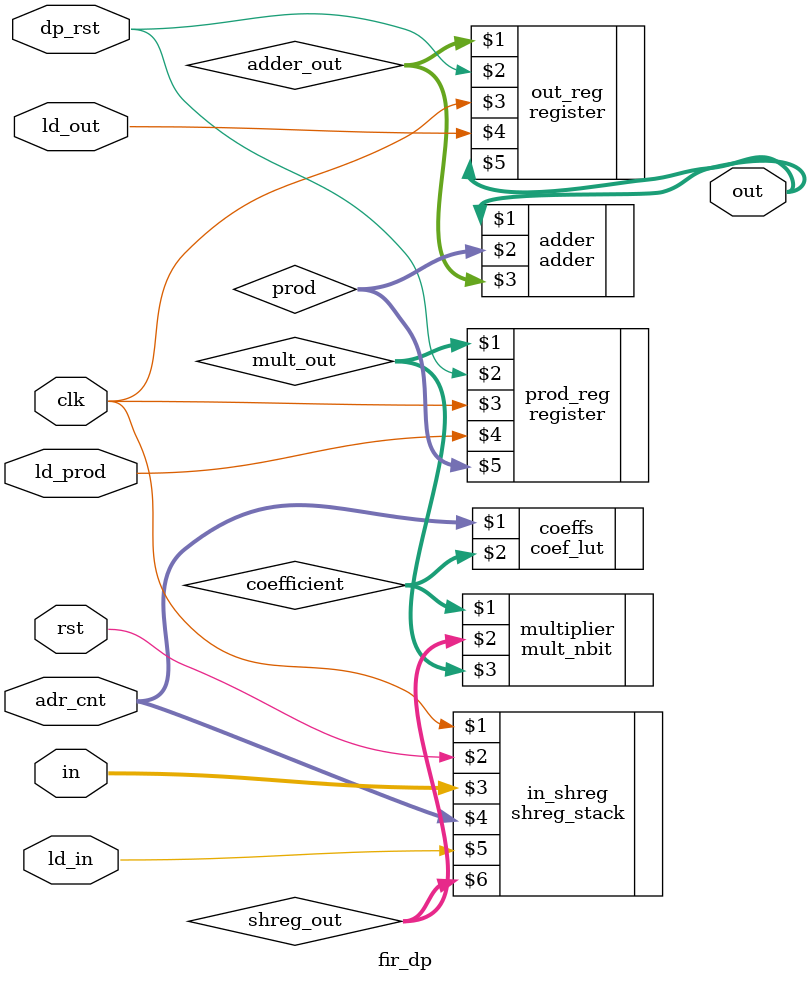
<source format=sv>
module fir_dp
    #(  parameter DATA_WIDTH = 16,
        parameter OUT_WIDTH = 38,
        parameter COEFF_COUNT = 64)
    (clk, rst, dp_rst, in, ld_in, ld_prod, ld_out, adr_cnt, out);
    input clk, rst, dp_rst, ld_in, ld_prod, ld_out;
    input [DATA_WIDTH-1:0] in;
    input [$clog2(COEFF_COUNT)-1:0] adr_cnt;
    output [OUT_WIDTH-1:0] out;

    wire [DATA_WIDTH-1:0] coefficient, shreg_out;

    wire [OUT_WIDTH-1:0] mult_out, prod, adder_out;

    coef_lut #(COEFF_COUNT,DATA_WIDTH) coeffs (adr_cnt,coefficient);

    shreg_stack #(COEFF_COUNT, DATA_WIDTH) in_shreg(clk, rst, in, adr_cnt, ld_in, shreg_out);

    mult_nbit #(DATA_WIDTH, OUT_WIDTH) multiplier(coefficient, shreg_out, mult_out);

    register #(OUT_WIDTH) 
            prod_reg    (mult_out, dp_rst, clk, ld_prod, prod),
            out_reg     (adder_out, dp_rst, clk, ld_out, out);
    
    adder #(OUT_WIDTH) adder (out, prod, adder_out);

endmodule
</source>
